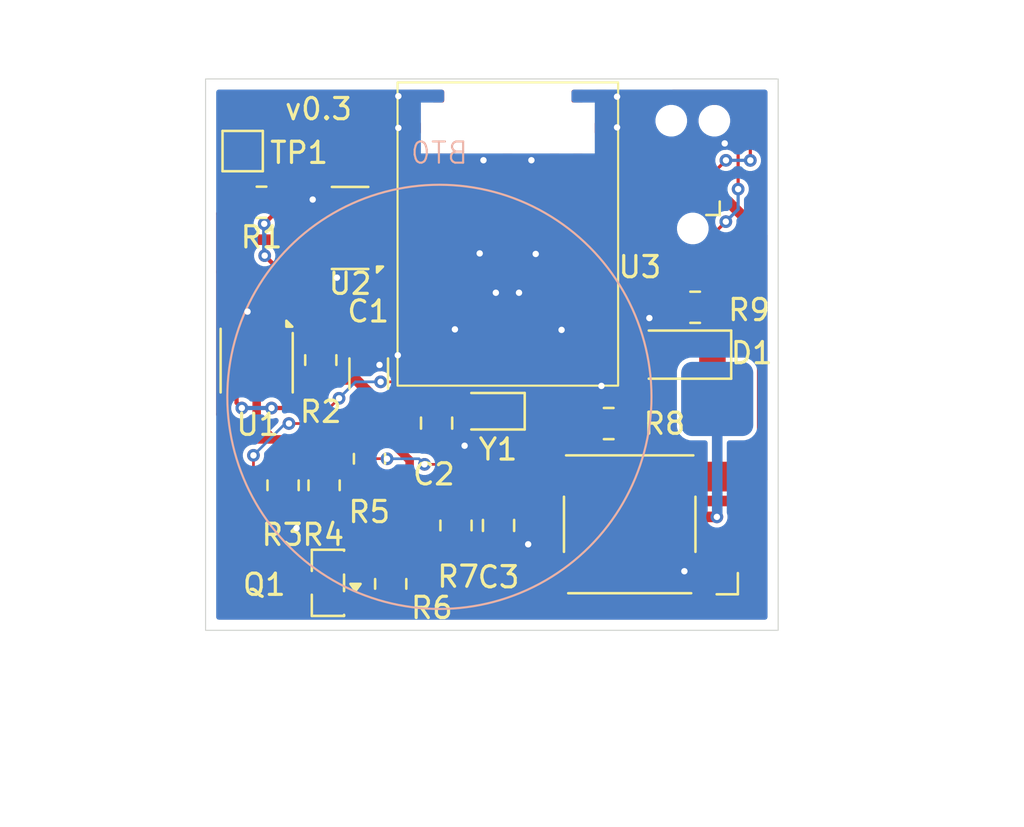
<source format=kicad_pcb>
(kicad_pcb (version 20241229) (generator "pcbnew") (generator_version "9.0")
  (layers (0 "F.Cu" signal) (2 "B.Cu" signal) (13 "F.Paste" user) (15 "B.Paste" user) (5 "F.SilkS" user "F.Silkscreen") (7 "B.SilkS" user "B.Silkscreen") (1 "F.Mask" user) (3 "B.Mask" user) (25 "Edge.Cuts" user))
  (net 0 "")
  (net 1 "GND")
  (net 2 "+3V3")
  (net 3 "/SDA")
  (net 4 "Net-(C3-Pad1)")
  (net 5 "/SCL")
  (net 32 "Net-(Q1-D)")
  (net 52 "/~{SWPUSH}")
  (net 53 "/~{RTCINT}")
  (net 54 "/T_DRDY")
  (net 55 "/SWDCLK")
  (net 56 "/~{RESET}")
  (net 57 "/SWDIO")
  (net 58 "/SWO")
  (net 59 "/LED")
  (net 60 "Net-(D1-K)")
  (net 61 "/XL2")
  (net 62 "/XL1")
  (net 63 "+BATT")
  (net 64 "/VSENSE EN")
  (net 65 "/VSENSE")
  (net 66 "Net-(TP1-Pad1)")
  (footprint "Resistor_SMD:R_0805_2012Metric" (layer "F.Cu") (at 35.59 49.16 90)
    (property "Reference" "R4" (at -2.334747 -0.040511 180) (layer "F.SilkS"))
    (property "Value" "330K")
    (fp_line (start -0.227064 -0.735) (end 0.227064 -0.735) (stroke (width 0.12)) (layer "F.SilkS"))
    (fp_line (start -0.227064 0.735) (end 0.227064 0.735) (stroke (width 0.12)) (layer "F.SilkS"))
    (pad "1" smd roundrect (at -0.9125 0 90) (size 1.025 1.4) (layers "F.Cu" "F.Mask" "F.Paste") (roundrect_rratio 0.243902) (net 32 "Net-(Q1-D)"))
    (pad "2" smd roundrect (at 0.9125 0 90) (size 1.025 1.4) (layers "F.Cu" "F.Mask" "F.Paste") (roundrect_rratio 0.243902) (net 65 "/VSENSE"))
  )
  (footprint "Sensor_Humidity:Texas_S-PWSON-N6-HDC2080" (layer "F.Cu") (at 32.4104 43.2816 -90)
    (property "Reference" "U1" (at 3.0226 -0.0508 180) (layer "F.SilkS"))
    (property "Value" "HDC2080")
    (fp_line (start 1.5 1.7) (end -1.5 1.7) (stroke (width 0.12)) (layer "F.SilkS"))
    (fp_line (start 1.5 -1.7) (end -1.3 -1.7) (stroke (width 0.12)) (layer "F.SilkS"))
    (fp_poly (pts (xy -1.6 -1.4) (xy -1.88 -1.4) (xy -1.6 -1.68) (xy -1.6 -1.4)) (stroke (width 0.12)) (fill yes) (layer "F.SilkS"))
    (pad "1" smd roundrect (at -1.4 -0.95 270) (size 0.6 0.4) (layers "F.Cu" "F.Mask" "F.Paste") (net 3 "/SDA"))
    (pad "2" smd roundrect (at -1.4 0 270) (size 0.6 0.4) (layers "F.Cu" "F.Mask" "F.Paste") (net 1 "GND"))
    (pad "3" smd roundrect (at -1.4 0.95 270) (size 0.6 0.4) (layers "F.Cu" "F.Mask" "F.Paste") (net 1 "GND"))
    (pad "4" smd roundrect (at 1.4 0.95 270) (size 0.6 0.4) (layers "F.Cu" "F.Mask" "F.Paste") (net 54 "/T_DRDY"))
    (pad "5" smd roundrect (at 1.4 0 270) (size 0.6 0.4) (layers "F.Cu" "F.Mask" "F.Paste") (net 2 "+3V3"))
    (pad "6" smd roundrect (at 1.4 -0.95 270) (size 0.6 0.4) (layers "F.Cu" "F.Mask" "F.Paste") (net 5 "/SCL"))
    (pad "7" smd rect (at 0 0 270) (size 1.5 2.4) (layers "F.Cu" "F.Mask"))
  )
  (footprint "Connector:Tag-Connect_TC2030-IDC-NL_2x03_P1.27mm_Vertical" (layer "F.Cu") (at 52.975 34.51 90)
    (property "Reference" "J1" (hide yes))
    (property "Value" "ARM SWD" (hide yes))
    (fp_line (start -1.27 1.27) (end -1.905 1.27) (stroke (width 0.12)) (layer "F.SilkS"))
    (fp_line (start -1.905 1.27) (end -1.905 0.635) (stroke (width 0.12)) (layer "F.SilkS"))
    (pad "" np_thru_hole circle (at -2.54 0 90) (size 0.9906 0.9906) (drill 0.9906) (layers "*.Cu" "*.Mask"))
    (pad "" np_thru_hole circle (at 2.54 -1.016 90) (size 0.9906 0.9906) (drill 0.9906) (layers "*.Cu" "*.Mask"))
    (pad "" np_thru_hole circle (at 2.54 1.016 90) (size 0.9906 0.9906) (drill 0.9906) (layers "*.Cu" "*.Mask"))
    (pad "1" connect circle (at -1.27 0.635 90) (size 0.7874 0.7874) (layers "F.Cu" "F.Mask") (net 2 "+3V3"))
    (pad "2" connect circle (at -1.27 -0.635 90) (size 0.7874 0.7874) (layers "F.Cu" "F.Mask") (net 57 "/SWDIO"))
    (pad "3" connect circle (at 0 0.635 90) (size 0.7874 0.7874) (layers "F.Cu" "F.Mask") (net 56 "/~{RESET}"))
    (pad "4" connect circle (at 0 -0.635 90) (size 0.7874 0.7874) (layers "F.Cu" "F.Mask") (net 55 "/SWDCLK"))
    (pad "5" connect circle (at 1.27 0.635 90) (size 0.7874 0.7874) (layers "F.Cu" "F.Mask") (net 1 "GND"))
    (pad "6" connect circle (at 1.27 -0.635 90) (size 0.7874 0.7874) (layers "F.Cu" "F.Mask") (net 58 "/SWO"))
    (zone (net 0) (net_name "") (layer "F.Cu") (connect_pads (clearance 0)) (min_thickness 0.254)
      (keepout (tracks allowed) (vias not_allowed) (pads allowed) (copperpour not_allowed) (footprints not_allowed))
      (fill (thermal_gap 0.508) (thermal_bridge_width 0.508))
      (polygon (pts (xy 52.34 33.24) (xy 52.34 35.78) (xy 53.61 35.78) (xy 53.61 33.24)))
    )
  )
  (footprint "Resistor_SMD:R_0805_2012Metric" (layer "F.Cu") (at 37.73 47.91 90)
    (property "Reference" "R5" (at -2.509 -0.011 180) (layer "F.SilkS"))
    (property "Value" "100")
    (fp_line (start -0.227064 -0.735) (end 0.227064 -0.735) (stroke (width 0.12)) (layer "F.SilkS"))
    (fp_line (start -0.227064 0.735) (end 0.227064 0.735) (stroke (width 0.12)) (layer "F.SilkS"))
    (pad "1" smd roundrect (at -0.9125 0 90) (size 1.025 1.4) (layers "F.Cu" "F.Mask" "F.Paste") (roundrect_rratio 0.243902) (net 63 "+BATT"))
    (pad "2" smd roundrect (at 0.9125 0 90) (size 1.025 1.4) (layers "F.Cu" "F.Mask" "F.Paste") (roundrect_rratio 0.243902) (net 2 "+3V3"))
  )
  (footprint "Resistor_SMD:R_0805_2012Metric" (layer "F.Cu") (at 33.655 49.16 -90)
    (property "Reference" "R3" (at 2.334747 0.030511 0) (layer "F.SilkS"))
    (property "Value" "100K")
    (fp_line (start -0.227064 0.735) (end 0.227064 0.735) (stroke (width 0.12)) (layer "F.SilkS"))
    (fp_line (start -0.227064 -0.735) (end 0.227064 -0.735) (stroke (width 0.12)) (layer "F.SilkS"))
    (pad "1" smd roundrect (at -0.9125 0 270) (size 1.025 1.4) (layers "F.Cu" "F.Mask" "F.Paste") (roundrect_rratio 0.243902) (net 65 "/VSENSE"))
    (pad "2" smd roundrect (at 0.9125 0 270) (size 1.025 1.4) (layers "F.Cu" "F.Mask" "F.Paste") (roundrect_rratio 0.243902) (net 1 "GND"))
  )
  (footprint "Button_Switch_SMD:SW_SPST_Omron_B3FS-100xP" (layer "F.Cu") (at 50 51 180)
    (property "Reference" "SW1" (hide yes))
    (property "Value" "Control" (hide yes))
    (fp_line (start 3.1 -1.3) (end 3.1 1.3) (stroke (width 0.12)) (layer "F.SilkS"))
    (fp_line (start 3 3.25) (end -3 3.25) (stroke (width 0.12)) (layer "F.SilkS"))
    (fp_line (start 2.9 -3.25) (end -2.9 -3.25) (stroke (width 0.12)) (layer "F.SilkS"))
    (fp_line (start -3.1 -1.3) (end -3.1 1.3) (stroke (width 0.12)) (layer "F.SilkS"))
    (fp_line (start -5.1 -2.3) (end -5.1 -3.3) (stroke (width 0.12)) (layer "F.SilkS"))
    (fp_line (start -5.1 -3.3) (end -4.1 -3.3) (stroke (width 0.12)) (layer "F.SilkS"))
    (pad "1" smd rect (at -4 -2.25) (size 1.6 1.4) (layers "F.Cu" "F.Mask" "F.Paste") (net 1 "GND"))
    (pad "1" smd rect (at 4 -2.25) (size 1.6 1.4) (layers "F.Cu" "F.Mask" "F.Paste") (net 1 "GND"))
    (pad "2" smd rect (at -4 2.25) (size 1.6 1.4) (layers "F.Cu" "F.Mask" "F.Paste") (net 4 "Net-(C3-Pad1)"))
    (pad "2" smd rect (at 4 2.25) (size 1.6 1.4) (layers "F.Cu" "F.Mask" "F.Paste") (net 4 "Net-(C3-Pad1)"))
  )
  (footprint "Capacitor_SMD:C_1206_3216Metric" (layer "F.Cu") (at 37.6936 43.8912 90)
    (property "Reference" "C1" (at 2.9312 -0.0236 180) (layer "F.SilkS"))
    (property "Value" "220uF")
    (fp_line (start -0.711252 -0.91) (end 0.711252 -0.91) (stroke (width 0.12)) (layer "F.SilkS"))
    (fp_line (start -0.711252 0.91) (end 0.711252 0.91) (stroke (width 0.12)) (layer "F.SilkS"))
    (pad "1" smd roundrect (at -1.475 0 90) (size 1.15 1.8) (layers "F.Cu" "F.Mask" "F.Paste") (roundrect_rratio 0.217391) (net 2 "+3V3"))
    (pad "2" smd roundrect (at 1.475 0 90) (size 1.15 1.8) (layers "F.Cu" "F.Mask" "F.Paste") (roundrect_rratio 0.217391) (net 1 "GND"))
  )
  (footprint "Resistor_SMD:R_0805_2012Metric" (layer "F.Cu") (at 35.433 43.2562 90)
    (property "Reference" "R2" (at -2.4384 0 180) (layer "F.SilkS"))
    (property "Value" "4.7K" (hide yes))
    (fp_line (start -0.227064 -0.735) (end 0.227064 -0.735) (stroke (width 0.12)) (layer "F.SilkS"))
    (fp_line (start -0.227064 0.735) (end 0.227064 0.735) (stroke (width 0.12)) (layer "F.SilkS"))
    (pad "1" smd roundrect (at -0.9125 0 90) (size 1.025 1.4) (layers "F.Cu" "F.Mask" "F.Paste") (roundrect_rratio 0.243902) (net 2 "+3V3"))
    (pad "2" smd roundrect (at 0.9125 0 90) (size 1.025 1.4) (layers "F.Cu" "F.Mask" "F.Paste") (roundrect_rratio 0.243902) (net 5 "/SCL"))
  )
  (footprint "footprints:NORA-B2x6" (layer "F.Cu") (at 44.25323 38.2134)
    (property "Reference" "U3" (at 6.22677 0.6566 0) (layer "F.SilkS"))
    (property "Value" "NORA B206")
    (fp_rect (start -5.2 -8.05) (end 5.2 6.25) (stroke (width 0.1)) (fill no) (layer "F.SilkS"))
    (pad "A1" smd roundrect (at 4.38777 5.5) (size 0.6 0.6) (layers "F.Cu" "F.Mask" "F.Paste") (roundrect_rratio 0.15) (net 1 "GND"))
    (pad "A2" smd roundrect (at 3.3 5.5) (size 0.6 0.6) (layers "F.Cu" "F.Mask" "F.Paste") (roundrect_rratio 0.15))
    (pad "A3" smd roundrect (at 2.2 5.5) (size 0.6 0.6) (layers "F.Cu" "F.Mask" "F.Paste") (roundrect_rratio 0.15) (net 52 "/~{SWPUSH}"))
    (pad "A4" smd roundrect (at 1.1 5.5) (size 0.6 0.6) (layers "F.Cu" "F.Mask" "F.Paste") (roundrect_rratio 0.15))
    (pad "A5" smd roundrect (at -0.01223 5.5) (size 0.6 0.6) (layers "F.Cu" "F.Mask" "F.Paste") (roundrect_rratio 0.15))
    (pad "A6" smd roundrect (at -1.11223 5.5) (size 0.6 0.6) (layers "F.Cu" "F.Mask" "F.Paste") (roundrect_rratio 0.15))
    (pad "A7" smd roundrect (at -2.2 5.5) (size 0.6 0.6) (layers "F.Cu" "F.Mask" "F.Paste") (roundrect_rratio 0.15) (net 2 "+3V3"))
    (pad "A8" smd roundrect (at -3.3 5.5) (size 0.6 0.6) (layers "F.Cu" "F.Mask" "F.Paste") (roundrect_rratio 0.15) (net 2 "+3V3"))
    (pad "A9" smd roundrect (at -4.4 5.5) (size 0.6 0.6) (layers "F.Cu" "F.Mask" "F.Paste") (roundrect_rratio 0.15) (net 1 "GND"))
    (pad "B1" smd roundrect (at 4.38777 4.4) (size 0.6 0.6) (layers "F.Cu" "F.Mask" "F.Paste") (roundrect_rratio 0.15) (net 59 "/LED"))
    (pad "B2" smd roundrect (at 3.3 4.4) (size 0.6 0.6) (layers "F.Cu" "F.Mask" "F.Paste") (roundrect_rratio 0.15) (net 1 "GND"))
    (pad "B3" smd roundrect (at 2.2 4.4) (size 0.6 0.6) (layers "F.Cu" "F.Mask" "F.Paste") (roundrect_rratio 0.15))
    (pad "B4" smd roundrect (at 1.1 4.4) (size 0.6 0.6) (layers "F.Cu" "F.Mask" "F.Paste") (roundrect_rratio 0.15) (net 65 "/VSENSE"))
    (pad "B5" smd roundrect (at -0.01223 4.4) (size 0.6 0.6) (layers "F.Cu" "F.Mask" "F.Paste") (roundrect_rratio 0.15))
    (pad "B6" smd roundrect (at -1.1 4.4) (size 0.6 0.6) (layers "F.Cu" "F.Mask" "F.Paste") (roundrect_rratio 0.15) (net 62 "/XL1"))
    (pad "B7" smd roundrect (at -2.2 4.4) (size 0.6 0.6) (layers "F.Cu" "F.Mask" "F.Paste") (roundrect_rratio 0.15) (net 2 "+3V3"))
    (pad "B8" smd roundrect (at -3.3 4.4) (size 0.6 0.6) (layers "F.Cu" "F.Mask" "F.Paste") (roundrect_rratio 0.15) (net 1 "GND"))
    (pad "B9" smd roundrect (at -4.4 4.4) (size 0.6 0.6) (layers "F.Cu" "F.Mask" "F.Paste") (roundrect_rratio 0.15))
    (pad "C1" smd roundrect (at 4.38777 3.3) (size 0.6 0.6) (layers "F.Cu" "F.Mask" "F.Paste") (roundrect_rratio 0.15))
    (pad "C2" smd roundrect (at 3.3 3.3) (size 0.6 0.6) (layers "F.Cu" "F.Mask" "F.Paste") (roundrect_rratio 0.15))
    (pad "C4" smd roundrect (at 1.1 3.3) (size 0.6 0.6) (layers "F.Cu" "F.Mask" "F.Paste") (roundrect_rratio 0.15) (net 58 "/SWO"))
    (pad "C5" smd roundrect (at 0 3.3) (size 0.6 0.6) (layers "F.Cu" "F.Mask" "F.Paste") (roundrect_rratio 0.15))
    (pad "C6" smd roundrect (at -1.1 3.3) (size 0.6 0.6) (layers "F.Cu" "F.Mask" "F.Paste") (roundrect_rratio 0.15) (net 61 "/XL2"))
    (pad "C8" smd roundrect (at -3.3 3.3) (size 0.6 0.6) (layers "F.Cu" "F.Mask" "F.Paste") (roundrect_rratio 0.15) (net 64 "/VSENSE EN"))
    (pad "C9" smd roundrect (at -4.4 3.3) (size 0.6 0.6) (layers "F.Cu" "F.Mask" "F.Paste") (roundrect_rratio 0.15))
    (pad "D1" smd roundrect (at 4.38777 2.2) (size 0.6 0.6) (layers "F.Cu" "F.Mask" "F.Paste") (roundrect_rratio 0.15))
    (pad "D2" smd roundrect (at 3.3 2.2) (size 0.6 0.6) (layers "F.Cu" "F.Mask" "F.Paste") (roundrect_rratio 0.15))
    (pad "D3" smd roundrect (at 2.2 2.2) (size 0.6 0.6) (layers "F.Cu" "F.Mask" "F.Paste") (roundrect_rratio 0.15))
    (pad "D7" smd roundrect (at -2.2 2.2) (size 0.6 0.6) (layers "F.Cu" "F.Mask" "F.Paste") (roundrect_rratio 0.15))
    (pad "D8" smd roundrect (at -3.3 2.2) (size 0.6 0.6) (layers "F.Cu" "F.Mask" "F.Paste") (roundrect_rratio 0.15))
    (pad "D9" smd roundrect (at -4.4 2.2) (size 0.6 0.6) (layers "F.Cu" "F.Mask" "F.Paste") (roundrect_rratio 0.15))
    (pad "E1" smd roundrect (at 4.38777 1.1) (size 0.6 0.6) (layers "F.Cu" "F.Mask" "F.Paste") (roundrect_rratio 0.15))
    (pad "E2" smd roundrect (at 3.3 1.1) (size 0.6 0.6) (layers "F.Cu" "F.Mask" "F.Paste") (roundrect_rratio 0.15))
    (pad "E3" smd roundrect (at 2.2 1.1) (size 0.6 0.6) (layers "F.Cu" "F.Mask" "F.Paste") (roundrect_rratio 0.15))
    (pad "E4" smd roundrect (at 0.55 1.1) (size 0.6 0.6) (layers "F.Cu" "F.Mask" "F.Paste") (roundrect_rratio 0.15) (net 1 "GND"))
    (pad "E5" smd roundrect (at -0.55 1.1) (size 0.6 0.6) (layers "F.Cu" "F.Mask" "F.Paste") (roundrect_rratio 0.15) (net 1 "GND"))
    (pad "E7" smd roundrect (at -2.21223 1.1) (size 0.6 0.6) (layers "F.Cu" "F.Mask" "F.Paste") (roundrect_rratio 0.15))
    (pad "E8" smd roundrect (at -3.31223 1.1) (size 0.6 0.6) (layers "F.Cu" "F.Mask" "F.Paste") (roundrect_rratio 0.15))
    (pad "E9" smd roundrect (at -4.41223 1.1) (size 0.6 0.6) (layers "F.Cu" "F.Mask" "F.Paste") (roundrect_rratio 0.15) (net 54 "/T_DRDY"))
    (pad "F1" smd roundrect (at 4.4 0) (size 0.6 0.6) (layers "F.Cu" "F.Mask" "F.Paste") (roundrect_rratio 0.15))
    (pad "F2" smd roundrect (at 3.3 0) (size 0.6 0.6) (layers "F.Cu" "F.Mask" "F.Paste") (roundrect_rratio 0.15))
    (pad "F3" smd roundrect (at 2.2 0) (size 0.6 0.6) (layers "F.Cu" "F.Mask" "F.Paste") (roundrect_rratio 0.15))
    (pad "F4" smd roundrect (at 0.55 0) (size 0.6 0.6) (layers "F.Cu" "F.Mask" "F.Paste") (roundrect_rratio 0.15) (net 1 "GND"))
    (pad "F5" smd roundrect (at -0.55 0) (size 0.6 0.6) (layers "F.Cu" "F.Mask" "F.Paste") (roundrect_rratio 0.15) (net 1 "GND"))
    (pad "F7" smd roundrect (at -2.2 0) (size 0.6 0.6) (layers "F.Cu" "F.Mask" "F.Paste") (roundrect_rratio 0.15))
    (pad "F8" smd roundrect (at -3.3 0) (size 0.6 0.6) (layers "F.Cu" "F.Mask" "F.Paste") (roundrect_rratio 0.15))
    (pad "F9" smd roundrect (at -4.4 0) (size 0.6 0.6) (layers "F.Cu" "F.Mask" "F.Paste") (roundrect_rratio 0.15))
    (pad "G1" smd roundrect (at 4.4 -1.1) (size 0.6 0.6) (layers "F.Cu" "F.Mask" "F.Paste") (roundrect_rratio 0.15))
    (pad "G2" smd roundrect (at 3.3 -1.1) (size 0.6 0.6) (layers "F.Cu" "F.Mask" "F.Paste") (roundrect_rratio 0.15))
    (pad "G3" smd roundrect (at 2.2 -1.1) (size 0.6 0.6) (layers "F.Cu" "F.Mask" "F.Paste") (roundrect_rratio 0.15))
    (pad "G4" smd roundrect (at 0.55 -1.1) (size 0.6 0.6) (layers "F.Cu" "F.Mask" "F.Paste") (roundrect_rratio 0.15))
    (pad "G5" smd roundrect (at -0.55 -1.1) (size 0.6 0.6) (layers "F.Cu" "F.Mask" "F.Paste") (roundrect_rratio 0.15))
    (pad "G7" smd roundrect (at -2.2 -1.1) (size 0.6 0.6) (layers "F.Cu" "F.Mask" "F.Paste") (roundrect_rratio 0.15))
    (pad "G8" smd roundrect (at -3.3 -1.1) (size 0.6 0.6) (layers "F.Cu" "F.Mask" "F.Paste") (roundrect_rratio 0.15) (net 5 "/SCL"))
    (pad "G9" smd roundrect (at -4.4 -1.1) (size 0.6 0.6) (layers "F.Cu" "F.Mask" "F.Paste") (roundrect_rratio 0.15) (net 53 "/~{RTCINT}"))
    (pad "H1" smd roundrect (at 4.4 -2.2) (size 0.6 0.6) (layers "F.Cu" "F.Mask" "F.Paste") (roundrect_rratio 0.15))
    (pad "H2" smd roundrect (at 3.3 -2.2) (size 0.6 0.6) (layers "F.Cu" "F.Mask" "F.Paste") (roundrect_rratio 0.15) (net 57 "/SWDIO"))
    (pad "H3" smd roundrect (at 2.2 -2.2) (size 0.6 0.6) (layers "F.Cu" "F.Mask" "F.Paste") (roundrect_rratio 0.15))
    (pad "H7" smd roundrect (at -2.2 -2.2) (size 0.6 0.6) (layers "F.Cu" "F.Mask" "F.Paste") (roundrect_rratio 0.15))
    (pad "H8" smd roundrect (at -3.3 -2.2) (size 0.6 0.6) (layers "F.Cu" "F.Mask" "F.Paste") (roundrect_rratio 0.15))
    (pad "H9" smd roundrect (at -4.4 -2.2) (size 0.6 0.6) (layers "F.Cu" "F.Mask" "F.Paste") (roundrect_rratio 0.15) (net 3 "/SDA"))
    (pad "J1" smd roundrect (at 4.4 -3.3) (size 0.6 0.6) (layers "F.Cu" "F.Mask" "F.Paste") (roundrect_rratio 0.15))
    (pad "J2" smd roundrect (at 3.3 -3.3) (size 0.6 0.6) (layers "F.Cu" "F.Mask" "F.Paste") (roundrect_rratio 0.15) (net 55 "/SWDCLK"))
    (pad "J3" smd roundrect (at 2.2 -3.3) (size 0.6 0.6) (layers "F.Cu" "F.Mask" "F.Paste") (roundrect_rratio 0.15) (net 56 "/~{RESET}"))
    (pad "J4" smd roundrect (at 0.55 -3.3) (size 0.6 0.6) (layers "F.Cu" "F.Mask" "F.Paste") (roundrect_rratio 0.15))
    (pad "J5" smd roundrect (at -0.55 -3.3) (size 0.6 0.6) (layers "F.Cu" "F.Mask" "F.Paste") (roundrect_rratio 0.15))
    (pad "J7" smd roundrect (at -2.2 -3.3) (size 0.6 0.6) (layers "F.Cu" "F.Mask" "F.Paste") (roundrect_rratio 0.15))
    (pad "J8" smd roundrect (at -3.3 -3.3) (size 0.6 0.6) (layers "F.Cu" "F.Mask" "F.Paste") (roundrect_rratio 0.15) (net 66 "Net-(TP1-Pad1)"))
    (pad "J9" smd roundrect (at -4.4 -3.3) (size 0.6 0.6) (layers "F.Cu" "F.Mask" "F.Paste") (roundrect_rratio 0.15))
    (pad "K1" smd roundrect (at 4.4 -4.4) (size 0.6 0.6) (layers "F.Cu" "F.Mask" "F.Paste") (roundrect_rratio 0.15))
    (pad "K2" smd roundrect (at 3.3 -4.4) (size 0.6 0.6) (layers "F.Cu" "F.Mask" "F.Paste") (roundrect_rratio 0.15) (net 1 "GND"))
    (pad "K3" smd roundrect (at 2.2 -4.4) (size 0.6 0.6) (layers "F.Cu" "F.Mask" "F.Paste") (roundrect_rratio 0.15) (net 1 "GND"))
    (pad "K5" smd roundrect (at -0.01223 -4.4) (size 0.6 0.6) (layers "F.Cu" "F.Mask" "F.Paste") (roundrect_rratio 0.15) (net 1 "GND"))
    (pad "K7" smd roundrect (at -2.2 -4.4) (size 0.6 0.6) (layers "F.Cu" "F.Mask" "F.Paste") (roundrect_rratio 0.15) (net 1 "GND"))
    (pad "K8" smd roundrect (at -3.3 -4.4) (size 0.6 0.6) (layers "F.Cu" "F.Mask" "F.Paste") (roundrect_rratio 0.15) (net 1 "GND"))
    (pad "K9" smd roundrect (at -4.4 -4.4) (size 0.6 0.6) (layers "F.Cu" "F.Mask" "F.Paste") (roundrect_rratio 0.15))
    (pad "L1" smd roundrect (at 4.4 -5.9) (size 0.6 0.6) (layers "F.Cu" "F.Mask" "F.Paste") (roundrect_rratio 0.15) (net 1 "GND"))
    (pad "L9" smd roundrect (at -4.4 -5.9) (size 0.6 0.6) (layers "F.Cu" "F.Mask" "F.Paste") (roundrect_rratio 0.15) (net 1 "GND"))
    (pad "M1" smd roundrect (at 4.4 -7.4) (size 0.6 0.6) (layers "F.Cu" "F.Mask" "F.Paste") (roundrect_rratio 0.15) (net 1 "GND"))
    (pad "M2" smd roundrect (at 3.3 -7.4) (size 0.6 0.6) (layers "F.Cu" "F.Mask" "F.Paste") (roundrect_rratio 0.15) (net 1 "GND"))
    (pad "M8" smd roundrect (at -3.3 -7.4) (size 0.6 0.6) (layers "F.Cu" "F.Mask" "F.Paste") (roundrect_rratio 0.15) (net 1 "GND"))
    (pad "M9" smd roundrect (at -4.4 -7.4) (size 0.6 0.6) (layers "F.Cu" "F.Mask" "F.Paste") (roundrect_rratio 0.15) (net 1 "GND"))
    (zone (net 0) (net_name "") (layers "F.Cu" "B.Cu") (connect_pads (clearance 0)) (min_thickness 0.25)
      (keepout (tracks not_allowed) (vias not_allowed) (pads allowed) (copperpour not_allowed) (footprints allowed))
      (fill (thermal_gap 0.5) (thermal_bridge_width 0.5))
      (polygon (pts (xy 48.35323 33.5134) (xy 40.15323 33.5134) (xy 40.15323 31.1134) (xy 41.25323 31.1134) (xy 41.25323 30.3134) (xy 47.25323 30.3134) (xy 47.25323 31.1134) (xy 48.35323 31.1134)))
    )
  )
  (footprint "Package_TO_SOT_SMD:SOT-23" (layer "F.Cu") (at 35.77 53.76 180)
    (property "Reference" "Q1" (at 3.004 -0.088 0) (layer "F.SilkS"))
    (property "Value" "IRLML2244TRPBF" (hide yes))
    (fp_line (start 0.76 1.56) (end -0.76 1.56) (stroke (width 0.12)) (layer "F.SilkS"))
    (fp_line (start 0.76 0.56) (end 0.76 1.56) (stroke (width 0.12)) (layer "F.SilkS"))
    (fp_line (start 0.76 -1.56) (end 0.76 -0.56) (stroke (width 0.12)) (layer "F.SilkS"))
    (fp_line (start -0.76 1.56) (end -0.76 1.51) (stroke (width 0.12)) (layer "F.SilkS"))
    (fp_line (start -0.76 0.39) (end -0.76 -0.39) (stroke (width 0.12)) (layer "F.SilkS"))
    (fp_line (start -0.76 -1.51) (end -0.76 -1.56) (stroke (width 0.12)) (layer "F.SilkS"))
    (fp_line (start -0.76 -1.56) (end 0.76 -1.56) (stroke (width 0.12)) (layer "F.SilkS"))
    (fp_poly (pts (xy -1.3 -0.38) (xy -1.06 -0.05) (xy -1.54 -0.05)) (stroke (width 0.12)) (fill yes) (layer "F.SilkS"))
    (pad "1" smd roundrect (at -0.9375 -0.95 180) (size 1.475 0.6) (layers "F.Cu" "F.Mask" "F.Paste") (net 64 "/VSENSE EN"))
    (pad "2" smd roundrect (at -0.9375 0.95 180) (size 1.475 0.6) (layers "F.Cu" "F.Mask" "F.Paste") (net 63 "+BATT"))
    (pad "3" smd roundrect (at 0.9375 0 180) (size 1.475 0.6) (layers "F.Cu" "F.Mask" "F.Paste") (net 32 "Net-(Q1-D)"))
  )
  (footprint "Resistor_SMD:R_0805_2012Metric" (layer "F.Cu") (at 49.01 46.25 180)
    (property "Reference" "R8" (at -2.6282 -0.0034 0) (layer "F.SilkS"))
    (property "Value" "100")
    (fp_line (start -0.227064 0.735) (end 0.227064 0.735) (stroke (width 0.12)) (layer "F.SilkS"))
    (fp_line (start -0.227064 -0.735) (end 0.227064 -0.735) (stroke (width 0.12)) (layer "F.SilkS"))
    (pad "1" smd roundrect (at -0.9125 0 180) (size 1.025 1.4) (layers "F.Cu" "F.Mask" "F.Paste") (roundrect_rratio 0.243902) (net 4 "Net-(C3-Pad1)"))
    (pad "2" smd roundrect (at 0.9125 0 180) (size 1.025 1.4) (layers "F.Cu" "F.Mask" "F.Paste") (roundrect_rratio 0.243902) (net 52 "/~{SWPUSH}"))
  )
  (footprint "Resistor_SMD:R_0805_2012Metric" (layer "F.Cu") (at 38.73 53.81 -90)
    (property "Reference" "R6" (at 1.13 -1.94 180) (layer "F.SilkS"))
    (property "Value" "100K")
    (fp_line (start -0.227064 0.735) (end 0.227064 0.735) (stroke (width 0.12)) (layer "F.SilkS"))
    (fp_line (start -0.227064 -0.735) (end 0.227064 -0.735) (stroke (width 0.12)) (layer "F.SilkS"))
    (pad "1" smd roundrect (at -0.9125 0 270) (size 1.025 1.4) (layers "F.Cu" "F.Mask" "F.Paste") (roundrect_rratio 0.243902) (net 63 "+BATT"))
    (pad "2" smd roundrect (at 0.9125 0 270) (size 1.025 1.4) (layers "F.Cu" "F.Mask" "F.Paste") (roundrect_rratio 0.243902) (net 64 "/VSENSE EN"))
  )
  (footprint "Capacitor_SMD:C_0805_2012Metric" (layer "F.Cu") (at 43.815 51.054 -90)
    (property "Reference" "C3" (at 2.4384 0 180) (layer "F.SilkS"))
    (property "Value" "100nF")
    (fp_line (start -0.261252 0.735) (end 0.261252 0.735) (stroke (width 0.12)) (layer "F.SilkS"))
    (fp_line (start -0.261252 -0.735) (end 0.261252 -0.735) (stroke (width 0.12)) (layer "F.SilkS"))
    (pad "1" smd roundrect (at -0.95 0 270) (size 1 1.45) (layers "F.Cu" "F.Mask" "F.Paste") (net 4 "Net-(C3-Pad1)"))
    (pad "2" smd roundrect (at 0.95 0 270) (size 1 1.45) (layers "F.Cu" "F.Mask" "F.Paste") (net 1 "GND"))
  )
  (footprint "Package_SON:MicroCrystal_C7_SON-8_1.5x3.2mm_P0.9mm" (layer "F.Cu") (at 36.815 37.026 180)
    (property "Reference" "U2" (at 0 -2.63 0) (layer "F.SilkS"))
    (property "Value" "RV-3028-C7")
    (fp_line (start 0.86 1.935) (end -0.86 1.935) (stroke (width 0.12)) (layer "F.SilkS"))
    (fp_line (start -0.86 -1.935) (end 0.86 -1.935) (stroke (width 0.12)) (layer "F.SilkS"))
    (fp_poly (pts (xy -1.27 -1.82) (xy -1.55 -1.82) (xy -1.27 -2.1)) (stroke (width 0.12)) (fill yes) (layer "F.SilkS"))
    (pad "1" smd roundrect (at -0.65 -1.35 180) (size 0.95 0.65) (layers "F.Cu" "F.Mask" "F.Paste"))
    (pad "2" smd roundrect (at -0.65 -0.45 180) (size 0.95 0.65) (layers "F.Cu" "F.Mask" "F.Paste") (net 53 "/~{RTCINT}"))
    (pad "3" smd roundrect (at -0.65 0.45 180) (size 0.95 0.65) (layers "F.Cu" "F.Mask" "F.Paste") (net 5 "/SCL"))
    (pad "4" smd roundrect (at -0.65 1.35 180) (size 0.95 0.65) (layers "F.Cu" "F.Mask" "F.Paste") (net 3 "/SDA"))
    (pad "5" smd roundrect (at 0.65 1.35 180) (size 0.95 0.65) (layers "F.Cu" "F.Mask" "F.Paste") (net 1 "GND"))
    (pad "6" smd roundrect (at 0.65 0.45 180) (size 0.95 0.65) (layers "F.Cu" "F.Mask" "F.Paste"))
    (pad "7" smd roundrect (at 0.65 -0.45 180) (size 0.95 0.65) (layers "F.Cu" "F.Mask" "F.Paste") (net 2 "+3V3"))
    (pad "8" smd roundrect (at 0.65 -1.35 180) (size 0.95 0.65) (layers "F.Cu" "F.Mask" "F.Paste") (net 1 "GND"))
  )
  (footprint "TestPoint:TestPoint_Pad_1.5x1.5mm" (layer "F.Cu") (at 31.75 33.401)
    (property "Reference" "TP1" (at 2.66 0.08 0) (layer "F.SilkS"))
    (property "Value" "P1.13")
    (fp_line (start -0.95 -0.95) (end 0.95 -0.95) (stroke (width 0.12)) (layer "F.SilkS"))
    (fp_line (start -0.95 0.95) (end -0.95 -0.95) (stroke (width 0.12)) (layer "F.SilkS"))
    (fp_line (start 0.95 -0.95) (end 0.95 0.95) (stroke (width 0.12)) (layer "F.SilkS"))
    (fp_line (start 0.95 0.95) (end -0.95 0.95) (stroke (width 0.12)) (layer "F.SilkS"))
    (pad "1" smd rect (at 0 0) (size 1.5 1.5) (layers "F.Cu" "F.Mask") (net 66 "Net-(TP1-Pad1)"))
  )
  (footprint "Resistor_SMD:R_0805_2012Metric" (layer "F.Cu") (at 41.8084 51.054 -90)
    (property "Reference" "R7" (at 2.413 -0.1016 180) (layer "F.SilkS"))
    (property "Value" "100K")
    (fp_line (start -0.227064 0.735) (end 0.227064 0.735) (stroke (width 0.12)) (layer "F.SilkS"))
    (fp_line (start -0.227064 -0.735) (end 0.227064 -0.735) (stroke (width 0.12)) (layer "F.SilkS"))
    (pad "1" smd roundrect (at -0.9125 0 270) (size 1.025 1.4) (layers "F.Cu" "F.Mask" "F.Paste") (roundrect_rratio 0.243902) (net 4 "Net-(C3-Pad1)"))
    (pad "2" smd roundrect (at 0.9125 0 270) (size 1.025 1.4) (layers "F.Cu" "F.Mask" "F.Paste") (roundrect_rratio 0.243902) (net 2 "+3V3"))
  )
  (footprint "LED_SMD:LED_1206_3216Metric" (layer "F.Cu") (at 52.5 43 180)
    (property "Reference" "D1" (at -3.253 0.074 0) (layer "F.SilkS"))
    (property "Value" "LED")
    (fp_line (start 1.6 -1.135) (end -2.285 -1.135) (stroke (width 0.12)) (layer "F.SilkS"))
    (fp_line (start -2.285 1.135) (end 1.6 1.135) (stroke (width 0.12)) (layer "F.SilkS"))
    (fp_line (start -2.285 -1.135) (end -2.285 1.135) (stroke (width 0.12)) (layer "F.SilkS"))
    (pad "1" smd roundrect (at -1.4 0 180) (size 1.25 1.75) (layers "F.Cu" "F.Mask" "F.Paste") (roundrect_rratio 0.2) (net 60 "Net-(D1-K)"))
    (pad "2" smd roundrect (at 1.4 0 180) (size 1.25 1.75) (layers "F.Cu" "F.Mask" "F.Paste") (roundrect_rratio 0.2) (net 59 "/LED"))
  )
  (footprint "Capacitor_SMD:C_0805_2012Metric" (layer "F.Cu") (at 40.894 46.228 -90)
    (property "Reference" "C2" (at 2.413 0.127 180) (layer "F.SilkS"))
    (property "Value" "100n")
    (fp_line (start -0.261252 0.735) (end 0.261252 0.735) (stroke (width 0.12)) (layer "F.SilkS"))
    (fp_line (start -0.261252 -0.735) (end 0.261252 -0.735) (stroke (width 0.12)) (layer "F.SilkS"))
    (pad "1" smd roundrect (at -0.95 0 270) (size 1 1.45) (layers "F.Cu" "F.Mask" "F.Paste") (net 2 "+3V3"))
    (pad "2" smd roundrect (at 0.95 0 270) (size 1 1.45) (layers "F.Cu" "F.Mask" "F.Paste") (net 1 "GND"))
  )
  (footprint "Resistor_SMD:R_0805_2012Metric" (layer "F.Cu") (at 32.639 35.814)
    (property "Reference" "R1" (at 0 1.651 180) (layer "F.SilkS"))
    (property "Value" "4.7K")
    (fp_line (start -0.227064 -0.735) (end 0.227064 -0.735) (stroke (width 0.12)) (layer "F.SilkS"))
    (fp_line (start -0.227064 0.735) (end 0.227064 0.735) (stroke (width 0.12)) (layer "F.SilkS"))
    (pad "1" smd roundrect (at -0.9125 0) (size 1.025 1.4) (layers "F.Cu" "F.Mask" "F.Paste") (roundrect_rratio 0.243902) (net 2 "+3V3"))
    (pad "2" smd roundrect (at 0.9125 0) (size 1.025 1.4) (layers "F.Cu" "F.Mask" "F.Paste") (roundrect_rratio 0.243902) (net 3 "/SDA"))
  )
  (footprint "Resistor_SMD:R_0805_2012Metric" (layer "F.Cu") (at 53.086 40.767 180)
    (property "Reference" "R9" (at -2.54 -0.127 180) (layer "F.SilkS"))
    (property "Value" "4.7K")
    (fp_line (start -0.227064 0.735) (end 0.227064 0.735) (stroke (width 0.12)) (layer "F.SilkS"))
    (fp_line (start -0.227064 -0.735) (end 0.227064 -0.735) (stroke (width 0.12)) (layer "F.SilkS"))
    (pad "1" smd roundrect (at -0.9125 0 180) (size 1.025 1.4) (layers "F.Cu" "F.Mask" "F.Paste") (roundrect_rratio 0.243902) (net 60 "Net-(D1-K)"))
    (pad "2" smd roundrect (at 0.9125 0 180) (size 1.025 1.4) (layers "F.Cu" "F.Mask" "F.Paste") (roundrect_rratio 0.243902) (net 1 "GND"))
  )
  (footprint "Crystal:Crystal_SMD_2012-2Pin_2.0x1.2mm" (layer "F.Cu") (at 43.7896 45.6692 180)
    (property "Reference" "Y1" (at 0 -1.8 0) (layer "F.SilkS"))
    (property "Value" "32768")
    (fp_line (start 1.26 -0.86) (end -1.26 -0.86) (stroke (width 0.12)) (layer "F.SilkS"))
    (fp_line (start -1.26 0.86) (end 1.26 0.86) (stroke (width 0.12)) (layer "F.SilkS"))
    (fp_line (start -1.26 -0.86) (end -1.26 0.86) (stroke (width 0.12)) (layer "F.SilkS"))
    (pad "1" smd roundrect (at -0.7 0 180) (size 0.6 1.1) (layers "F.Cu" "F.Mask" "F.Paste") (net 61 "/XL2"))
    (pad "2" smd roundrect (at 0.7 0 180) (size 0.6 1.1) (layers "F.Cu" "F.Mask" "F.Paste") (net 62 "/XL1"))
  )
  (footprint "footprints:Keystone 110 and 112 for CR20xx" (layer "B.Cu") (at 41.026076 45.090177 180)
    (property "Reference" "BT0" (at 0 11.6 0) (layer "B.SilkS") (effects (font (thickness 0.1)) (justify mirror)))
    (property "Value" "CR1225")
    (fp_circle (center 0 0.1) (end -10 0) (stroke (width 0.1)) (fill no) (layer "B.SilkS"))
    (pad "1" smd roundrect (at -13.1 0 180) (size 3.4 3.5) (layers "B.Cu" "B.Mask" "B.Paste") (roundrect_rratio 0.15) (net 63 "+BATT"))
    (pad "2" smd roundrect (at 0 0 180) (size 4 3.6) (layers "B.Cu" "B.Mask" "B.Paste") (roundrect_rratio 0.15) (net 1 "GND"))
  )
  (gr_rect (start 30 30) (end 57 56) (stroke (width 0.05)) (fill no) (layer "Edge.Cuts"))
  (gr_text "v0.3" (at 33.655 32.004 0) (layer "F.SilkS") (effects (font (size 1 1)) (justify left bottom)))
  (segment (start 43.0844 33.8134) (end 43.1038 33.8328) (width 0.2) (layer "F.Cu") (net 1))
  (segment (start 50.927 41.275) (end 51.6655 41.275) (width 0.2) (layer "F.Cu") (net 1))
  (segment (start 45.345 33.8134) (end 45.3644 33.8328) (width 0.2) (layer "F.Cu") (net 1))
  (segment (start 44.791 38.2134) (end 45.5286 38.2134) (width 0.2) (layer "F.Cu") (net 1))
  (segment (start 39.0952 32.3134) (end 39.0906 32.3088) (width 0.2) (layer "F.Cu") (net 1))
  (segment (start 40.95323 30.8134) (end 39.85323 30.8134) (width 0.2) (layer "F.Cu") (net 1))
  (segment (start 35.063 35.676) (end 35.052 35.687) (width 0.2) (layer "F.Cu") (net 1))
  (segment (start 49.3808 30.8134) (end 49.403 30.8356) (width 0.2) (layer "F.Cu") (net 1))
  (segment (start 48.641 30.8134) (end 49.3808 30.8134) (width 0.2) (layer "F.Cu") (net 1))
  (segment (start 39.0938 30.8134) (end 39.0906 30.8102) (width 0.2) (layer "F.Cu") (net 1))
  (segment (start 37.6936 42.4162) (end 37.6936 42.9768) (width 0.2) (layer "F.Cu") (net 1))
  (segment (start 44.241 33.8134) (end 45.345 33.8134) (width 0.2) (layer "F.Cu") (net 1))
  (segment (start 52.615 53.25) (end 52.578 53.213) (width 0.2) (layer "F.Cu") (net 1))
  (segment (start 47.541 42.588) (end 46.7868 41.8338) (width 0.2) (layer "F.Cu") (net 1))
  (segment (start 36.165 38.376) (end 36.165 39.34) (width 0.2) (layer "F.Cu") (net 1))
  (segment (start 46 52.731) (end 45.212 51.943) (width 0.2) (layer "F.Cu") (net 1))
  (segment (start 36.165 35.676) (end 35.063 35.676) (width 0.2) (layer "F.Cu") (net 1))
  (segment (start 42.041 33.8134) (end 43.0844 33.8134) (width 0.2) (layer "F.Cu") (net 1))
  (segment (start 46.441 33.8134) (end 47.541 33.8134) (width 0.2) (layer "F.Cu") (net 1))
  (segment (start 43.691 40.0782) (end 43.688 40.0812) (width 0.2) (layer "F.Cu") (net 1))
  (segment (start 40.894 47.178) (end 42.098 47.178) (width 0.2) (layer "F.Cu") (net 1))
  (segment (start 33.655 50.0725) (end 34.29 50.7075) (width 0.127) (layer "F.Cu") (net 1))
  (segment (start 48.6664 44.4754) (end 48.6664 43.7388) (width 0.2) (layer "F.Cu") (net 1))
  (segment (start 49.373 32.3134) (end 49.403 32.2834) (width 0.2) (layer "F.Cu") (net 1))
  (segment (start 47.55323 30.8134) (end 48.65323 30.8134) (width 0.2) (layer "F.Cu") (net 1))
  (segment (start 45.3838 33.8134) (end 45.3644 33.8328) (width 0.2) (layer "F.Cu") (net 1))
  (segment (start 42.098 47.178) (end 42.2148 47.2948) (width 0.2) (layer "F.Cu") (net 1))
  (segment (start 43.1232 33.8134) (end 43.1038 33.8328) (width 0.2) (layer "F.Cu") (net 1))
  (segment (start 40.9526 42.6134) (end 41.7576 41.8084) (width 0.2) (layer "F.Cu") (net 1))
  (segment (start 44.241 33.8134) (end 43.1232 33.8134) (width 0.2) (layer "F.Cu") (net 1))
  (segment (start 40.941 33.8134) (end 42.041 33.8134) (width 0.6) (layer "F.Cu") (net 1))
  (segment (start 37.6936 42.9768) (end 38.2016 43.4848) (width 0.2) (layer "F.Cu") (net 1))
  (segment (start 43.691 39.3134) (end 43.691 40.0782) (width 0.2) (layer "F.Cu") (net 1))
  (segment (start 44.791 40.0704) (end 44.7802 40.0812) (width 0.2) (layer "F.Cu") (net 1))
  (segment (start 45.5286 38.2134) (end 45.5676 38.2524) (width 0.2) (layer "F.Cu") (net 1))
  (segment (start 45.212 51.943) (end 43.876 51.943) (width 0.2) (layer "F.Cu") (net 1))
  (segment (start 42.926 38.227) (end 43.6774 38.227) (width 0.2) (layer "F.Cu") (net 1))
  (segment (start 53.61 33.24) (end 54.28 33.24) (width 0.2) (layer "F.Cu") (net 1))
  (segment (start 51.6655 41.275) (end 52.1735 40.767) (width 0.2) (layer "F.Cu") (net 1))
  (segment (start 39.751 43.7134) (end 39.0652 43.0276) (width 0.2) (layer "F.Cu") (net 1))
  (segment (start 39.841 32.3134) (end 39.0952 32.3134) (width 0.2) (layer "F.Cu") (net 1))
  (segment (start 44.791 39.3134) (end 44.791 40.0704) (width 0.2) (layer "F.Cu") (net 1))
  (segment (start 36.165 39.34) (end 36.195 39.37) (width 0.2) (layer "F.Cu") (net 1))
  (segment (start 46.441 33.8134) (end 45.3838 33.8134) (width 0.2) (layer "F.Cu") (net 1))
  (segment (start 54 53.25) (end 52.615 53.25) (width 0.2) (layer "F.Cu") (net 1))
  (segment (start 54.28 33.24) (end 54.48 33.04) (width 0.2) (layer "F.Cu") (net 1))
  (segment (start 48.641 32.3134) (end 49.373 32.3134) (width 0.2) (layer "F.Cu") (net 1))
  (segment (start 34.29 50.7075) (end 34.29 51.181) (width 0.127) (layer "F.Cu") (net 1))
  (segment (start 39.841 30.8134) (end 39.0938 30.8134) (width 0.2) (layer "F.Cu") (net 1))
  (via (at 41.7576 41.8084) (size 0.6) (drill 0.3) (layers "F.Cu" "B.Cu") (net 1))
  (via (at 45.212 51.943) (size 0.6) (drill 0.3) (layers "F.Cu" "B.Cu") (net 1))
  (via (at 43.1038 33.8328) (size 0.6) (drill 0.3) (layers "F.Cu" "B.Cu") (net 1))
  (via (at 50.927 41.275) (size 0.6) (drill 0.3) (layers "F.Cu" "B.Cu") (net 1))
  (via (at 43.688 40.0812) (size 0.6) (drill 0.3) (layers "F.Cu" "B.Cu") (net 1))
  (via (at 49.403 30.8356) (size 0.6) (drill 0.3) (layers "F.Cu" "B.Cu") (net 1))
  (via (at 42.2148 47.2948) (size 0.6) (drill 0.3) (layers "F.Cu" "B.Cu") (net 1))
  (via (at 39.0652 43.0276) (size 0.6) (drill 0.3) (layers "F.Cu" "B.Cu") (net 1))
  (via (at 46.7868 41.8338) (size 0.6) (drill 0.3) (layers "F.Cu" "B.Cu") (net 1))
  (via (at 36.195 39.37) (size 0.6) (drill 0.3) (layers "F.Cu" "B.Cu") (net 1))
  (via (at 42.926 38.227) (size 0.6) (drill 0.3) (layers "F.Cu" "B.Cu") (net 1))
  (via (at 38.2016 43.4848) (size 0.6) (drill 0.3) (layers "F.Cu" "B.Cu") (net 1))
  (via (at 45.5676 38.2524) (size 0.6) (drill 0.3) (layers "F.Cu" "B.Cu") (net 1))
  (via (at 34.29 51.181) (size 0.6) (drill 0.3) (layers "F.Cu" "B.Cu") (net 1))
  (via (at 48.6664 44.4754) (size 0.6) (drill 0.3) (layers "F.Cu" "B.Cu") (net 1))
  (via (at 54.48 33.04) (size 0.6) (drill 0.3) (layers "F.Cu" "B.Cu") (net 1))
  (via (at 52.578 53.213) (size 0.6) (drill 0.3) (layers "F.Cu" "B.Cu") (net 1))
  (via (at 35.052 35.687) (size 0.6) (drill 0.3) (layers "F.Cu" "B.Cu") (net 1))
  (via (at 49.403 32.2834) (size 0.6) (drill 0.3) (layers "F.Cu" "B.Cu") (net 1))
  (via (at 39.0906 30.8102) (size 0.6) (drill 0.3) (layers "F.Cu" "B.Cu") (net 1))
  (via (at 45.3644 33.8328) (size 0.6) (drill 0.3) (layers "F.Cu" "B.Cu") (net 1))
  (via (at 31.9786 40.9702) (size 0.6) (drill 0.3) (layers "F.Cu" "B.Cu") (net 1))
  (via (at 44.7802 40.0812) (size 0.6) (drill 0.3) (layers "F.Cu" "B.Cu") (net 1))
  (via (at 39.0906 32.3088) (size 0.6) (drill 0.3) (layers "F.Cu" "B.Cu") (net 1))
  (segment (start 30.701 36.355) (end 31.242 35.814) (width 0.4) (layer "F.Cu") (net 2))
  (segment (start 37.73 46.9975) (end 38.636034 46.9975) (width 0.4) (layer "F.Cu") (net 2))
  (segment (start 54.645 35.78) (end 56.249 37.384) (width 0.5) (layer "F.Cu") (net 2))
  (segment (start 35.433 44.1687) (end 37.0821 44.1687) (width 0.5) (layer "F.Cu") (net 2))
  (segment (start 36.06 37.581) (end 32.269 37.581) (width 0.5) (layer "F.Cu") (net 2))
  (segment (start 31.242 35.814) (end 31.7265 35.814) (width 0.4) (layer "F.Cu") (net 2))
  (segment (start 56.249 37.384) (end 56.249 48.903) (width 0.5) (layer "F.Cu") (net 2))
  (segment (start 32.269 37.581) (end 30.751 39.099) (width 0.5) (layer "F.Cu") (net 2))
  (segment (start 33.2053 46.9975) (end 31.8845 46.9975) (width 0.4) (layer "F.Cu") (net 2))
  (segment (start 37.0821 44.1687) (end 37.6936 44.7802) (width 0.5) (layer "F.Cu") (net 2))
  (segment (start 33.2053 46.9975) (end 37.73 46.9975) (width 0.4) (layer "F.Cu") (net 2))
  (segment (start 32.4104 46.2026) (end 33.2053 46.9975) (width 0.4) (layer "F.Cu") (net 2))
  (segment (start 56.249 48.903) (end 55.251 49.901) (width 0.5) (layer "F.Cu") (net 2))
  (segment (start 53.61 35.78) (end 54.645 35.78) (width 0.5) (layer "F.Cu") (net 2))
  (segment (start 47.729 54.401) (end 44.2429 54.401) (width 0.5) (layer "F.Cu") (net 2))
  (segment (start 55.251 49.901) (end 52.229 49.901) (width 0.5) (layer "F.Cu") (net 2))
  (segment (start 39.622999 49.781099) (end 41.8084 51.9665) (width 0.4) (layer "F.Cu") (net 2))
  (segment (start 32.4104 46.2026) (end 32.4104 44.6816) (width 0.4) (layer "F.Cu") (net 2))
  (segment (start 37.6936 45.3662) (end 40.8058 45.3662) (width 0.5) (layer "F.Cu") (net 2))
  (segment (start 38.636034 46.9975) (end 39.622999 47.984465) (width 0.4) (layer "F.Cu") (net 2))
  (segment (start 44.2429 54.401) (end 41.8084 51.9665) (width 0.5) (layer "F.Cu") (net 2))
  (segment (start 31.8845 46.9975) (end 30.701 45.814) (width 0.4) (layer "F.Cu") (net 2))
  (segment (start 52.229 49.901) (end 47.729 54.401) (width 0.5) (layer "F.Cu") (net 2))
  (segment (start 37.6936 44.7802) (end 37.6936 45.3662) (width 0.5) (layer "F.Cu") (net 2))
  (segment (start 36.165 37.476) (end 36.06 37.581) (width 0.5) (layer "F.Cu") (net 2))
  (segment (start 37.73 46.9975) (end 37.73 45.4026) (width 0.5) (layer "F.Cu") (net 2))
  (segment (start 39.622999 47.984465) (end 39.622999 49.781099) (width 0.4) (layer "F.Cu") (net 2))
  (segment (start 30.701 45.814) (end 30.701 36.355) (width 0.4) (layer "F.Cu") (net 2))
  (segment (start 34.4405 34.925) (end 33.5515 35.814) (width 0.2) (layer "F.Cu") (net 3))
  (segment (start 33.5515 36.0445) (end 32.766 36.83) (width 0.2) (layer "F.Cu") (net 3))
  (segment (start 32.788331 38.331) (end 33.3604 38.903069) (width 0.2) (layer "F.Cu") (net 3))
  (segment (start 36.714 34.925) (end 34.4405 34.925) (width 0.2) (layer "F.Cu") (net 3))
  (segment (start 33.3604 38.903069) (end 33.3604 41.8816) (width 0.2) (layer "F.Cu") (net 3))
  (segment (start 37.465 35.676) (end 39.51583 35.676) (width 0.2) (layer "F.Cu") (net 3))
  (segment (start 39.51583 35.676) (end 39.85323 36.0134) (width 0.2) (layer "F.Cu") (net 3))
  (segment (start 37.465 35.676) (end 36.714 34.925) (width 0.2) (layer "F.Cu") (net 3))
  (via (at 32.766 36.83) (size 0.6) (drill 0.3) (layers "F.Cu" "B.Cu") (net 3))
  (via (at 32.788331 38.331) (size 0.6) (drill 0.3) (layers "F.Cu" "B.Cu") (net 3))
  (segment (start 32.766 38.308669) (end 32.788331 38.331) (width 0.2) (layer "B.Cu") (net 3))
  (segment (start 32.766 36.83) (end 32.766 38.308669) (width 0.2) (layer "B.Cu") (net 3))
  (segment (start 52.4225 48.75) (end 49.9225 46.25) (width 0.2) (layer "F.Cu") (net 4))
  (segment (start 46 48.75) (end 44.646 50.104) (width 0.2) (layer "F.Cu") (net 4))
  (segment (start 46 48.75) (end 47.4225 48.75) (width 0.2) (layer "F.Cu") (net 4))
  (segment (start 47.4225 48.75) (end 49.9225 46.25) (width 0.2) (layer "F.Cu") (net 4))
  (segment (start 54 48.75) (end 52.4225 48.75) (width 0.2) (layer "F.Cu") (net 4))
  (segment (start 44.646 50.104) (end 43.815 50.104) (width 0.2) (layer "F.Cu") (net 4))
  (segment (start 41.8084 50.1415) (end 43.7775 50.1415) (width 0.2) (layer "F.Cu") (net 4))
  (segment (start 40.45143 37.6152) (end 40.45143 38.450362) (width 0.1016) (layer "F.Cu") (net 5))
  (segment (start 40.45143 38.450362) (end 40.090192 38.8116) (width 0.1016) (layer "F.Cu") (net 5))
  (segment (start 40.95323 37.1134) (end 40.41583 36.576) (width 0.1016) (layer "F.Cu") (net 5))
  (segment (start 38.506 38.8116) (end 35.433 41.8846) (width 0.1016) (layer "F.Cu") (net 5))
  (segment (start 33.3604 44.6816) (end 33.5624 44.6816) (width 0.2) (layer "F.Cu") (net 5))
  (segment (start 33.9114 43.2816) (end 34.8493 42.3437) (width 0.2) (layer "F.Cu") (net 5))
  (segment (start 33.9114 44.3326) (end 33.9114 43.2816) (width 0.2) (layer "F.Cu") (net 5))
  (segment (start 40.41583 36.576) (end 37.465 36.576) (width 0.1016) (layer "F.Cu") (net 5))
  (segment (start 40.95323 37.1134) (end 40.45143 37.6152) (width 0.1016) (layer "F.Cu") (net 5))
  (segment (start 33.5624 44.6816) (end 33.9114 44.3326) (width 0.2) (layer "F.Cu") (net 5))
  (segment (start 40.090192 38.8116) (end 38.506 38.8116) (width 0.1016) (layer "F.Cu") (net 5))
  (segment (start 35.59 53.0025) (end 34.8325 53.76) (width 0.127) (layer "F.Cu") (net 32))
  (segment (start 35.59 50.0725) (end 35.59 53.0025) (width 0.127) (layer "F.Cu") (net 32))
  (segment (start 46.45323 43.7134) (end 48.0975 45.35767) (width 0.2) (layer "F.Cu") (net 52))
  (segment (start 48.0975 45.35767) (end 48.0975 46.25) (width 0.2) (layer "F.Cu") (net 52))
  (segment (start 37.465 37.476) (end 39.49063 37.476) (width 0.2) (layer "F.Cu") (net 53))
  (segment (start 39.49063 37.476) (end 39.85323 37.1134) (width 0.2) (layer "F.Cu") (net 53))
  (segment (start 31.4604 45.2668) (end 31.7104 45.5168) (width 0.2) (layer "F.Cu") (net 54))
  (segment (start 31.4604 44.6816) (end 31.4604 45.2668) (width 0.2) (layer "F.Cu") (net 54))
  (segment (start 39.841 39.3134) (end 39.03524 39.3134) (width 0.2) (layer "F.Cu") (net 54))
  (segment (start 39.03524 39.3134) (end 36.4926 41.85604) (width 0.2) (layer "F.Cu") (net 54))
  (segment (start 36.4926 42.97636) (end 36.17676 43.2922) (width 0.2) (layer "F.Cu") (net 54))
  (segment (start 34.3662 43.73684) (end 34.3662 45.212) (width 0.2) (layer "F.Cu") (net 54))
  (segment (start 34.0614 45.5168) (end 33.1104 45.5168) (width 0.2) (layer "F.Cu") (net 54))
  (segment (start 36.17676 43.2922) (end 34.81084 43.2922) (width 0.2) (layer "F.Cu") (net 54))
  (segment (start 34.81084 43.2922) (end 34.3662 43.73684) (width 0.2) (layer "F.Cu") (net 54))
  (segment (start 36.4926 41.85604) (end 36.4926 42.97636) (width 0.2) (layer "F.Cu") (net 54))
  (segment (start 34.3662 45.212) (end 34.0614 45.5168) (width 0.2) (layer "F.Cu") (net 54))
  (via (at 33.1104 45.5168) (size 0.6) (drill 0.3) (layers "F.Cu" "B.Cu") (net 54))
  (via (at 31.7104 45.5168) (size 0.6) (drill 0.3) (layers "F.Cu" "B.Cu") (net 54))
  (segment (start 31.7104 45.5168) (end 33.1104 45.5168) (width 0.2) (layer "B.Cu") (net 54))
  (segment (start 48.115 35.4874) (end 47.541 34.9134) (width 0.15) (layer "F.Cu") (net 55))
  (segment (start 52.34 34.51) (end 51.3626 35.4874) (width 0.15) (layer "F.Cu") (net 55))
  (segment (start 51.3626 35.4874) (end 48.115 35.4874) (width 0.15) (layer "F.Cu") (net 55))
  (segment (start 52.061014 30.576) (end 49.7586 32.878414) (width 0.15) (layer "F.Cu") (net 56))
  (segment (start 48.948616 34.3874) (end 46.967 34.3874) (width 0.15) (layer "F.Cu") (net 56))
  (segment (start 53.865589 34.51) (end 54.53767 33.837919) (width 0.15) (layer "F.Cu") (net 56))
  (segment (start 49.7586 33.577416) (end 48.948616 34.3874) (width 0.15) (layer "F.Cu") (net 56))
  (segment (start 55.68767 33.84) (end 55.68767 31.11767) (width 0.15) (layer "F.Cu") (net 56))
  (segment (start 55.68767 31.11767) (end 55.146 30.576) (width 0.15) (layer "F.Cu") (net 56))
  (segment (start 49.7586 32.878414) (end 49.7586 33.577416) (width 0.15) (layer "F.Cu") (net 56))
  (segment (start 46.967 34.3874) (end 46.441 34.9134) (width 0.15) (layer "F.Cu") (net 56))
  (segment (start 55.146 30.576) (end 52.061014 30.576) (width 0.15) (layer "F.Cu") (net 56))
  (via (at 54.53767 33.837919) (size 0.6) (drill 0.3) (layers "F.Cu" "B.Cu") (net 56))
  (via (at 55.68767 33.84) (size 0.6) (drill 0.3) (layers "F.Cu" "B.Cu") (net 56))
  (segment (start 55.685589 33.837919) (end 55.68767 33.84) (width 0.15) (layer "B.Cu") (net 56))
  (segment (start 54.53767 33.837919) (end 55.685589 33.837919) (width 0.15) (layer "B.Cu") (net 56))
  (segment (start 47.541 36.0134) (end 48.067 36.5394) (width 0.15) (layer "F.Cu") (net 57))
  (segment (start 51.5806 36.5394) (end 52.34 35.78) (width 0.15) (layer "F.Cu") (net 57))
  (segment (start 48.067 36.5394) (end 51.5806 36.5394) (width 0.15) (layer "F.Cu") (net 57))
  (segment (start 53.650806 31.1487) (end 54.331194 31.1487) (width 0.15) (layer "F.Cu") (net 58))
  (segment (start 55.11267 31.930176) (end 55.11267 35.193668) (width 0.15) (layer "F.Cu") (net 58))
  (segment (start 45.341 41.5134) (end 45.867 40.9874) (width 0.15) (layer "F.Cu") (net 58))
  (segment (start 54.331194 31.1487) (end 55.11267 31.930176) (width 0.15) (layer "F.Cu") (net 58))
  (segment (start 50.27254 40.9874) (end 54.532139 36.727801) (width 0.15) (layer "F.Cu") (net 58))
  (segment (start 53.1697 31.629806) (end 53.650806 31.1487) (width 0.15) (layer "F.Cu") (net 58))
  (segment (start 53.1697 32.4103) (end 53.1697 31.629806) (width 0.15) (layer "F.Cu") (net 58))
  (segment (start 45.867 40.9874) (end 50.27254 40.9874) (width 0.15) (layer "F.Cu") (net 58))
  (segment (start 52.34 33.24) (end 53.1697 32.4103) (width 0.15) (layer "F.Cu") (net 58))
  (via (at 54.532139 36.727801) (size 0.6) (drill 0.3) (layers "F.Cu" "B.Cu") (net 58))
  (via (at 55.11267 35.193668) (size 0.6) (drill 0.3) (layers "F.Cu" "B.Cu") (net 58))
  (segment (start 55.11267 36.14727) (end 54.532139 36.727801) (width 0.15) (layer "B.Cu") (net 58))
  (segment (start 55.11267 35.193668) (end 55.11267 36.14727) (width 0.15) (layer "B.Cu") (net 58))
  (segment (start 48.641 42.6134) (end 50.7134 42.6134) (width 0.2) (layer "F.Cu") (net 59))
  (segment (start 50.5434 42.6134) (end 51.11 43.18) (width 0.2) (layer "F.Cu") (net 59))
  (segment (start 53.87 41.2325) (end 53.87 43.14) (width 0.2) (layer "F.Cu") (net 60))
  (segment (start 44.767 44.7426) (end 44.4896 45.02) (width 0.15) (layer "F.Cu") (net 61))
  (segment (start 44.767 42.270014) (end 44.767 44.7426) (width 0.15) (layer "F.Cu") (net 61))
  (segment (start 43.15323 41.5134) (end 43.67923 42.0394) (width 0.15) (layer "F.Cu") (net 61))
  (segment (start 44.4896 45.02) (end 44.4896 45.6692) (width 0.15) (layer "F.Cu") (net 61))
  (segment (start 43.67923 42.0394) (end 44.536386 42.0394) (width 0.15) (layer "F.Cu") (net 61))
  (segment (start 44.536386 42.0394) (end 44.767 42.270014) (width 0.15) (layer "F.Cu") (net 61))
  (segment (start 43.667 45.0918) (end 43.667 43.12717) (width 0.15) (layer "F.Cu") (net 62))
  (segment (start 43.0896 45.6692) (end 43.667 45.0918) (width 0.15) (layer "F.Cu") (net 62))
  (segment (start 43.667 43.12717) (end 43.15323 42.6134) (width 0.15) (layer "F.Cu") (net 62))
  (segment (start 37.73 50.024364) (end 41.727818 54.022182) (width 0.5) (layer "F.Cu") (net 63))
  (segment (start 40.603136 52.8975) (end 38.73 52.8975) (width 0.5) (layer "F.Cu") (net 63))
  (segment (start 41.727818 54.022182) (end 40.603136 52.8975) (width 0.5) (layer "F.Cu") (net 63))
  (segment (start 38.73 52.8975) (end 36.795 52.8975) (width 0.5) (layer "F.Cu") (net 63))
  (segment (start 41.727818 54.022182) (end 42.807636 55.102) (width 0.5) (layer "F.Cu") (net 63))
  (segment (start 52.470364 50.651) (end 48.019364 55.102) (width 0.5) (layer "F.Cu") (net 63))
  (segment (start 37.73 48.8225) (end 37.73 50.024364) (width 0.5) (layer "F.Cu") (net 63))
  (segment (start 36.795 52.8975) (end 36.7075 52.81) (width 0.5) (layer "F.Cu") (net 63))
  (segment (start 54.11 50.651) (end 52.470364 50.651) (width 0.5) (layer "F.Cu") (net 63))
  (segment (start 42.807636 55.102) (end 48.019364 55.102) (width 0.5) (layer "F.Cu") (net 63))
  (via (at 54.11 50.651) (size 0.6) (drill 0.3) (layers "F.Cu" "B.Cu") (net 63))
  (segment (start 54.126076 50.634924) (end 54.11 50.651) (width 0.5) (layer "B.Cu") (net 63))
  (segment (start 54.126076 45.090177) (end 54.126076 50.634924) (width 0.5) (layer "B.Cu") (net 63))
  (segment (start 40.43873 42.0279) (end 40.43873 43.981022) (width 0.127) (layer "F.Cu") (net 64))
  (segment (start 33.374 54.71) (end 36.7075 54.71) (width 0.127) (layer "F.Cu") (net 64))
  (segment (start 36.293601 45.058864) (end 35.104965 46.2475) (width 0.127) (layer "F.Cu") (net 64))
  (segment (start 40.95323 41.5134) (end 40.43873 42.0279) (width 0.127) (layer "F.Cu") (net 64))
  (segment (start 38.73 54.7225) (end 36.72 54.7225) (width 0.127) (layer "F.Cu") (net 64))
  (segment (start 40.136744 44.283008) (end 38.255116 44.283008) (width 0.127) (layer "F.Cu") (net 64))
  (segment (start 32.258 53.594) (end 33.374 54.71) (width 0.127) (layer "F.Cu") (net 64))
  (segment (start 35.104965 46.2475) (end 33.931567 46.2475) (width 0.127) (layer "F.Cu") (net 64))
  (segment (start 40.43873 43.981022) (end 40.136744 44.283008) (width 0.127) (layer "F.Cu") (net 64))
  (segment (start 32.258 47.7475) (end 32.258 53.594) (width 0.127) (layer "F.Cu") (net 64))
  (via (at 36.293601 45.058864) (size 0.6) (drill 0.3) (layers "F.Cu" "B.Cu") (net 64))
  (via (at 33.931567 46.2475) (size 0.6) (drill 0.3) (layers "F.Cu" "B.Cu") (net 64))
  (via (at 38.255116 44.283008) (size 0.6) (drill 0.3) (layers "F.Cu" "B.Cu") (net 64))
  (via (at 32.258 47.7475) (size 0.6) (drill 0.3) (layers "F.Cu" "B.Cu") (net 64))
  (segment (start 38.255116 44.283008) (end 37.069457 44.283008) (width 0.127) (layer "B.Cu") (net 64))
  (segment (start 33.931567 46.2475) (end 33.758 46.2475) (width 0.127) (layer "B.Cu") (net 64))
  (segment (start 33.758 46.2475) (end 32.258 47.7475) (width 0.127) (layer "B.Cu") (net 64))
  (segment (start 37.069457 44.283008) (end 36.293601 45.058864) (width 0.127) (layer "B.Cu") (net 64))
  (segment (start 35.59 48.2475) (end 36.047725 47.789775) (width 0.127) (layer "F.Cu") (net 65))
  (segment (start 35.59 48.2475) (end 33.655 48.2475) (width 0.127) (layer "F.Cu") (net 65))
  (segment (start 45.86773 43.1279) (end 45.86773 45.431418) (width 0.127) (layer "F.Cu") (net 65))
  (segment (start 43.126125 48.173023) (end 40.323999 48.173023) (width 0.127) (layer "F.Cu") (net 65))
  (segment (start 45.35323 42.6134) (end 45.86773 43.1279) (width 0.127) (layer "F.Cu") (net 65))
  (segment (start 45.86773 45.431418) (end 43.126125 48.173023) (width 0.127) (layer "F.Cu") (net 65))
  (segment (start 35.9331 47.9044) (end 38.55157 47.9044) (width 0.127) (layer "F.Cu") (net 65))
  (segment (start 38.55157 47.9044) (end 38.557171 47.910001) (width 0.127) (layer "F.Cu") (net 65))
  (via (at 40.323999 48.173023) (size 0.6) (drill 0.3) (layers "F.Cu" "B.Cu") (net 65))
  (via (at 38.557171 47.910001) (size 0.6) (drill 0.3) (layers "F.Cu" "B.Cu") (net 65))
  (segment (start 38.557171 47.910001) (end 40.060977 47.910001) (width 0.127) (layer "B.Cu") (net 65))
  (segment (start 40.060977 47.910001) (end 40.323999 48.173023) (width 0.127) (layer "B.Cu") (net 65))
  (segment (start 38.1 33.401) (end 31.75 33.401) (width 0.127) (layer "F.Cu") (net 66))
  (segment (start 40.36773 34.3279) (end 39.0269 34.3279) (width 0.127) (layer "F.Cu") (net 66))
  (segment (start 39.0269 34.3279) (end 38.1 33.401) (width 0.127) (layer "F.Cu") (net 66))
  (segment (start 40.95323 34.9134) (end 40.36773 34.3279) (width 0.127) (layer "F.Cu") (net 66))
  (zone (net 1) (net_name "GND") (layer "F.Cu") (priority 3) (connect_pads (clearance 0.2)) (min_thickness 0.25) (fill yes (thermal_gap 0.5) (thermal_bridge_width 0.5))
    (polygon (pts (xy 31.265761 42.187761) (xy 32.6136 42.1894) (xy 32.6136 41.656) (xy 32.169806 40.6654) (xy 31.815216 40.6654) (xy 31.2674 41.6306)))
  )
  (zone (net 2) (net_name "+3V3") (layer "F.Cu") (priority 1) (connect_pads thru_hole_only (clearance 0.2)) (min_thickness 0.25) (fill yes (thermal_gap 0.5) (thermal_bridge_width 0.5))
    (polygon (pts (xy 40.66 43.408602) (xy 41.421047 43.065098) (xy 41.805343 42.315343) (xy 42.3518 42.3099) (xy 42.3518 43.998266) (xy 41.1226 45.4406) (xy 40.767 45.1358) (xy 40.64 43.9674)))
  )
  (zone (net 1) (net_name "GND") (layer "B.Cu") (connect_pads thru_hole_only (clearance 0.2)) (min_thickness 0.25) (fill yes (thermal_gap 0.5) (thermal_bridge_width 0.5))
    (polygon (pts (xy 30 30) (xy 56.967 30) (xy 56.967 56) (xy 30 56)))
  )
)
</source>
